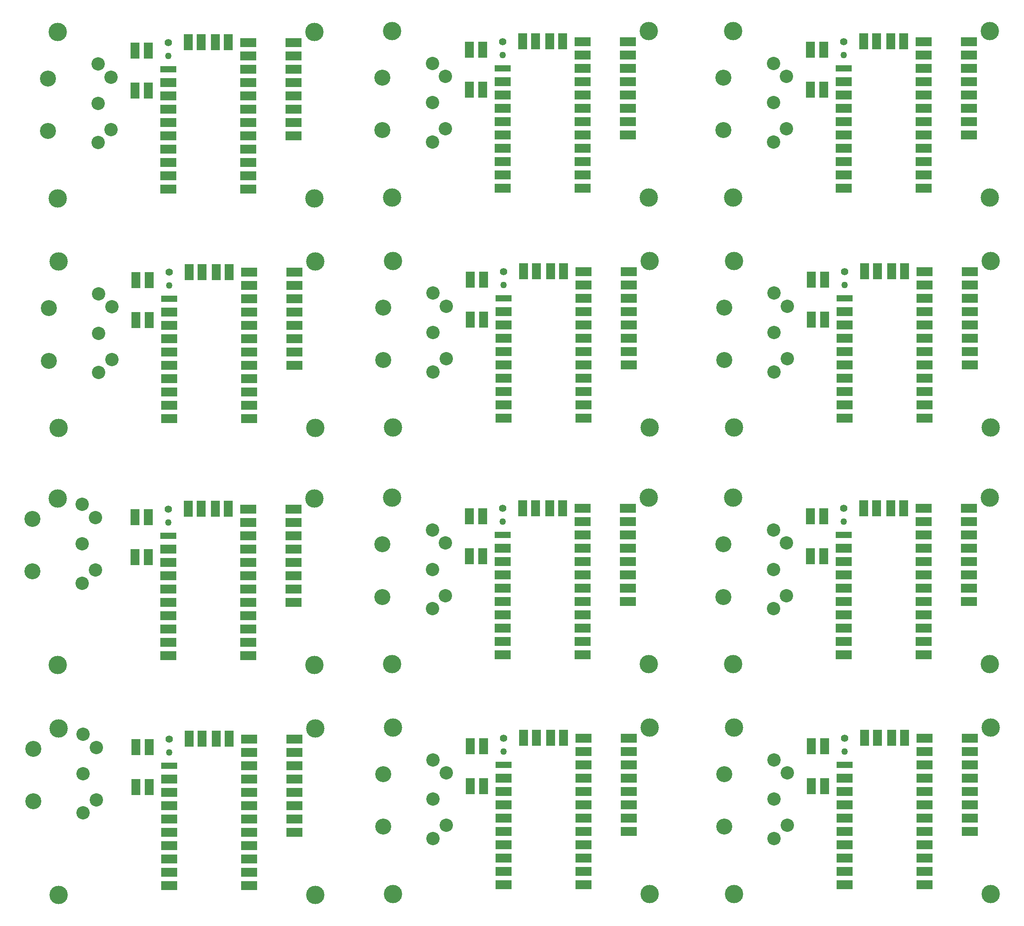
<source format=gts>
G04 (created by PCBNEW (2013-07-07 BZR 4022)-stable) date 21/07/2014 09:22:51*
%MOIN*%
G04 Gerber Fmt 3.4, Leading zero omitted, Abs format*
%FSLAX34Y34*%
G01*
G70*
G90*
G04 APERTURE LIST*
%ADD10C,0.00590551*%
%ADD11R,0.12X0.067*%
%ADD12C,0.137795*%
%ADD13C,0.1*%
%ADD14C,0.12*%
%ADD15R,0.067X0.12*%
%ADD16C,0.055*%
%ADD17C,0.05*%
%ADD18R,0.12X0.05*%
G04 APERTURE END LIST*
G54D10*
G54D11*
X53330Y-52208D03*
X53330Y-51208D03*
X53330Y-53208D03*
X53330Y-54208D03*
X53330Y-55208D03*
X53330Y-50208D03*
X53330Y-49208D03*
X53330Y-48208D03*
G54D12*
X35630Y-59908D03*
X54880Y-59908D03*
X54880Y-47408D03*
X35630Y-47408D03*
G54D13*
X38643Y-49824D03*
X38643Y-52777D03*
X38643Y-55729D03*
X39627Y-50808D03*
X39627Y-54745D03*
G54D14*
X34903Y-50907D03*
X34903Y-54844D03*
G54D11*
X49930Y-59208D03*
X49930Y-58208D03*
X49930Y-57208D03*
X49930Y-56208D03*
X49930Y-55208D03*
X49930Y-54208D03*
X49930Y-53208D03*
X49930Y-52208D03*
X49930Y-51208D03*
X49930Y-50208D03*
X49930Y-49208D03*
X49930Y-48208D03*
G54D15*
X48438Y-48181D03*
X47454Y-48181D03*
X46407Y-48181D03*
X45422Y-48181D03*
G54D16*
X43930Y-48208D03*
G54D17*
X43930Y-49208D03*
G54D18*
X43930Y-50208D03*
G54D11*
X43930Y-51208D03*
X43930Y-52208D03*
X43930Y-53208D03*
X43930Y-54208D03*
X43930Y-55208D03*
X43930Y-56208D03*
X43930Y-57208D03*
X43930Y-58208D03*
X43930Y-59208D03*
G54D15*
X42430Y-51808D03*
X42430Y-48808D03*
X41430Y-51808D03*
X41430Y-48808D03*
X16330Y-51858D03*
X16330Y-48858D03*
X17330Y-51858D03*
X17330Y-48858D03*
G54D11*
X24830Y-59258D03*
X24830Y-58258D03*
X24830Y-57258D03*
X24830Y-56258D03*
X24830Y-55258D03*
X24830Y-54258D03*
X24830Y-53258D03*
X24830Y-52258D03*
X24830Y-51258D03*
X24830Y-50258D03*
X24830Y-49258D03*
X24830Y-48258D03*
G54D15*
X23338Y-48231D03*
X22354Y-48231D03*
X21307Y-48231D03*
X20322Y-48231D03*
G54D16*
X18830Y-48258D03*
G54D17*
X18830Y-49258D03*
G54D18*
X18830Y-50258D03*
G54D11*
X18830Y-51258D03*
X18830Y-52258D03*
X18830Y-53258D03*
X18830Y-54258D03*
X18830Y-55258D03*
X18830Y-56258D03*
X18830Y-57258D03*
X18830Y-58258D03*
X18830Y-59258D03*
G54D13*
X12362Y-47905D03*
X12362Y-50858D03*
X12362Y-53811D03*
X13346Y-48890D03*
X13346Y-52827D03*
G54D14*
X8622Y-48988D03*
X8622Y-52925D03*
G54D12*
X10530Y-47458D03*
X29780Y-47458D03*
X29780Y-59958D03*
X10530Y-59958D03*
G54D11*
X28230Y-52258D03*
X28230Y-51258D03*
X28230Y-53258D03*
X28230Y-54258D03*
X28230Y-55258D03*
X28230Y-50258D03*
X28230Y-49258D03*
X28230Y-48258D03*
G54D15*
X67030Y-51808D03*
X67030Y-48808D03*
X68030Y-51808D03*
X68030Y-48808D03*
G54D11*
X75530Y-59208D03*
X75530Y-58208D03*
X75530Y-57208D03*
X75530Y-56208D03*
X75530Y-55208D03*
X75530Y-54208D03*
X75530Y-53208D03*
X75530Y-52208D03*
X75530Y-51208D03*
X75530Y-50208D03*
X75530Y-49208D03*
X75530Y-48208D03*
G54D15*
X74038Y-48181D03*
X73054Y-48181D03*
X72007Y-48181D03*
X71022Y-48181D03*
G54D16*
X69530Y-48208D03*
G54D17*
X69530Y-49208D03*
G54D18*
X69530Y-50208D03*
G54D11*
X69530Y-51208D03*
X69530Y-52208D03*
X69530Y-53208D03*
X69530Y-54208D03*
X69530Y-55208D03*
X69530Y-56208D03*
X69530Y-57208D03*
X69530Y-58208D03*
X69530Y-59208D03*
G54D13*
X64243Y-49824D03*
X64243Y-52777D03*
X64243Y-55729D03*
X65227Y-50808D03*
X65227Y-54745D03*
G54D14*
X60503Y-50907D03*
X60503Y-54844D03*
G54D12*
X61230Y-47408D03*
X80480Y-47408D03*
X80480Y-59908D03*
X61230Y-59908D03*
G54D11*
X78930Y-52208D03*
X78930Y-51208D03*
X78930Y-53208D03*
X78930Y-54208D03*
X78930Y-55208D03*
X78930Y-50208D03*
X78930Y-49208D03*
X78930Y-48208D03*
X78993Y-69464D03*
X78993Y-68464D03*
X78993Y-70464D03*
X78993Y-71464D03*
X78993Y-72464D03*
X78993Y-67464D03*
X78993Y-66464D03*
X78993Y-65464D03*
G54D12*
X61293Y-77164D03*
X80543Y-77164D03*
X80543Y-64664D03*
X61293Y-64664D03*
G54D13*
X64305Y-67080D03*
X64305Y-70033D03*
X64305Y-72986D03*
X65290Y-68064D03*
X65290Y-72001D03*
G54D14*
X60565Y-68163D03*
X60565Y-72100D03*
G54D11*
X75593Y-76464D03*
X75593Y-75464D03*
X75593Y-74464D03*
X75593Y-73464D03*
X75593Y-72464D03*
X75593Y-71464D03*
X75593Y-70464D03*
X75593Y-69464D03*
X75593Y-68464D03*
X75593Y-67464D03*
X75593Y-66464D03*
X75593Y-65464D03*
G54D15*
X74101Y-65437D03*
X73116Y-65437D03*
X72069Y-65437D03*
X71085Y-65437D03*
G54D16*
X69593Y-65464D03*
G54D17*
X69593Y-66464D03*
G54D18*
X69593Y-67464D03*
G54D11*
X69593Y-68464D03*
X69593Y-69464D03*
X69593Y-70464D03*
X69593Y-71464D03*
X69593Y-72464D03*
X69593Y-73464D03*
X69593Y-74464D03*
X69593Y-75464D03*
X69593Y-76464D03*
G54D15*
X68093Y-69064D03*
X68093Y-66064D03*
X67093Y-69064D03*
X67093Y-66064D03*
G54D11*
X28293Y-69514D03*
X28293Y-68514D03*
X28293Y-70514D03*
X28293Y-71514D03*
X28293Y-72514D03*
X28293Y-67514D03*
X28293Y-66514D03*
X28293Y-65514D03*
G54D12*
X10593Y-77214D03*
X29843Y-77214D03*
X29843Y-64714D03*
X10593Y-64714D03*
G54D13*
X12424Y-65162D03*
X12424Y-68114D03*
X12424Y-71067D03*
X13409Y-66146D03*
X13409Y-70083D03*
G54D14*
X8684Y-66244D03*
X8684Y-70181D03*
G54D11*
X24893Y-76514D03*
X24893Y-75514D03*
X24893Y-74514D03*
X24893Y-73514D03*
X24893Y-72514D03*
X24893Y-71514D03*
X24893Y-70514D03*
X24893Y-69514D03*
X24893Y-68514D03*
X24893Y-67514D03*
X24893Y-66514D03*
X24893Y-65514D03*
G54D15*
X23401Y-65487D03*
X22416Y-65487D03*
X21369Y-65487D03*
X20385Y-65487D03*
G54D16*
X18893Y-65514D03*
G54D17*
X18893Y-66514D03*
G54D18*
X18893Y-67514D03*
G54D11*
X18893Y-68514D03*
X18893Y-69514D03*
X18893Y-70514D03*
X18893Y-71514D03*
X18893Y-72514D03*
X18893Y-73514D03*
X18893Y-74514D03*
X18893Y-75514D03*
X18893Y-76514D03*
G54D15*
X17393Y-69114D03*
X17393Y-66114D03*
X16393Y-69114D03*
X16393Y-66114D03*
X41493Y-69064D03*
X41493Y-66064D03*
X42493Y-69064D03*
X42493Y-66064D03*
G54D11*
X49993Y-76464D03*
X49993Y-75464D03*
X49993Y-74464D03*
X49993Y-73464D03*
X49993Y-72464D03*
X49993Y-71464D03*
X49993Y-70464D03*
X49993Y-69464D03*
X49993Y-68464D03*
X49993Y-67464D03*
X49993Y-66464D03*
X49993Y-65464D03*
G54D15*
X48501Y-65437D03*
X47516Y-65437D03*
X46469Y-65437D03*
X45485Y-65437D03*
G54D16*
X43993Y-65464D03*
G54D17*
X43993Y-66464D03*
G54D18*
X43993Y-67464D03*
G54D11*
X43993Y-68464D03*
X43993Y-69464D03*
X43993Y-70464D03*
X43993Y-71464D03*
X43993Y-72464D03*
X43993Y-73464D03*
X43993Y-74464D03*
X43993Y-75464D03*
X43993Y-76464D03*
G54D13*
X38705Y-67080D03*
X38705Y-70033D03*
X38705Y-72986D03*
X39690Y-68064D03*
X39690Y-72001D03*
G54D14*
X34965Y-68163D03*
X34965Y-72100D03*
G54D12*
X35693Y-64664D03*
X54943Y-64664D03*
X54943Y-77164D03*
X35693Y-77164D03*
G54D11*
X53393Y-69464D03*
X53393Y-68464D03*
X53393Y-70464D03*
X53393Y-71464D03*
X53393Y-72464D03*
X53393Y-67464D03*
X53393Y-66464D03*
X53393Y-65464D03*
X53393Y-34425D03*
X53393Y-33425D03*
X53393Y-35425D03*
X53393Y-36425D03*
X53393Y-37425D03*
X53393Y-32425D03*
X53393Y-31425D03*
X53393Y-30425D03*
G54D12*
X35693Y-42125D03*
X54943Y-42125D03*
X54943Y-29625D03*
X35693Y-29625D03*
G54D13*
X38705Y-32041D03*
X38705Y-34994D03*
X38705Y-37946D03*
X39690Y-33025D03*
X39690Y-36962D03*
G54D14*
X34965Y-33124D03*
X34965Y-37061D03*
G54D11*
X49993Y-41425D03*
X49993Y-40425D03*
X49993Y-39425D03*
X49993Y-38425D03*
X49993Y-37425D03*
X49993Y-36425D03*
X49993Y-35425D03*
X49993Y-34425D03*
X49993Y-33425D03*
X49993Y-32425D03*
X49993Y-31425D03*
X49993Y-30425D03*
G54D15*
X48501Y-30398D03*
X47516Y-30398D03*
X46469Y-30398D03*
X45485Y-30398D03*
G54D16*
X43993Y-30425D03*
G54D17*
X43993Y-31425D03*
G54D18*
X43993Y-32425D03*
G54D11*
X43993Y-33425D03*
X43993Y-34425D03*
X43993Y-35425D03*
X43993Y-36425D03*
X43993Y-37425D03*
X43993Y-38425D03*
X43993Y-39425D03*
X43993Y-40425D03*
X43993Y-41425D03*
G54D15*
X42493Y-34025D03*
X42493Y-31025D03*
X41493Y-34025D03*
X41493Y-31025D03*
X16393Y-34075D03*
X16393Y-31075D03*
X17393Y-34075D03*
X17393Y-31075D03*
G54D11*
X24893Y-41475D03*
X24893Y-40475D03*
X24893Y-39475D03*
X24893Y-38475D03*
X24893Y-37475D03*
X24893Y-36475D03*
X24893Y-35475D03*
X24893Y-34475D03*
X24893Y-33475D03*
X24893Y-32475D03*
X24893Y-31475D03*
X24893Y-30475D03*
G54D15*
X23401Y-30448D03*
X22416Y-30448D03*
X21369Y-30448D03*
X20385Y-30448D03*
G54D16*
X18893Y-30475D03*
G54D17*
X18893Y-31475D03*
G54D18*
X18893Y-32475D03*
G54D11*
X18893Y-33475D03*
X18893Y-34475D03*
X18893Y-35475D03*
X18893Y-36475D03*
X18893Y-37475D03*
X18893Y-38475D03*
X18893Y-39475D03*
X18893Y-40475D03*
X18893Y-41475D03*
G54D13*
X13605Y-32091D03*
X13605Y-35044D03*
X13605Y-37996D03*
X14590Y-33075D03*
X14590Y-37012D03*
G54D14*
X9865Y-33174D03*
X9865Y-37111D03*
G54D12*
X10593Y-29675D03*
X29843Y-29675D03*
X29843Y-42175D03*
X10593Y-42175D03*
G54D11*
X28293Y-34475D03*
X28293Y-33475D03*
X28293Y-35475D03*
X28293Y-36475D03*
X28293Y-37475D03*
X28293Y-32475D03*
X28293Y-31475D03*
X28293Y-30475D03*
G54D15*
X67093Y-34025D03*
X67093Y-31025D03*
X68093Y-34025D03*
X68093Y-31025D03*
G54D11*
X75593Y-41425D03*
X75593Y-40425D03*
X75593Y-39425D03*
X75593Y-38425D03*
X75593Y-37425D03*
X75593Y-36425D03*
X75593Y-35425D03*
X75593Y-34425D03*
X75593Y-33425D03*
X75593Y-32425D03*
X75593Y-31425D03*
X75593Y-30425D03*
G54D15*
X74101Y-30398D03*
X73116Y-30398D03*
X72069Y-30398D03*
X71085Y-30398D03*
G54D16*
X69593Y-30425D03*
G54D17*
X69593Y-31425D03*
G54D18*
X69593Y-32425D03*
G54D11*
X69593Y-33425D03*
X69593Y-34425D03*
X69593Y-35425D03*
X69593Y-36425D03*
X69593Y-37425D03*
X69593Y-38425D03*
X69593Y-39425D03*
X69593Y-40425D03*
X69593Y-41425D03*
G54D13*
X64305Y-32041D03*
X64305Y-34994D03*
X64305Y-37946D03*
X65290Y-33025D03*
X65290Y-36962D03*
G54D14*
X60565Y-33124D03*
X60565Y-37061D03*
G54D12*
X61293Y-29625D03*
X80543Y-29625D03*
X80543Y-42125D03*
X61293Y-42125D03*
G54D11*
X78993Y-34425D03*
X78993Y-33425D03*
X78993Y-35425D03*
X78993Y-36425D03*
X78993Y-37425D03*
X78993Y-32425D03*
X78993Y-31425D03*
X78993Y-30425D03*
X78930Y-17169D03*
X78930Y-16169D03*
X78930Y-18169D03*
X78930Y-19169D03*
X78930Y-20169D03*
X78930Y-15169D03*
X78930Y-14169D03*
X78930Y-13169D03*
G54D12*
X61230Y-24869D03*
X80480Y-24869D03*
X80480Y-12369D03*
X61230Y-12369D03*
G54D13*
X64243Y-14785D03*
X64243Y-17737D03*
X64243Y-20690D03*
X65227Y-15769D03*
X65227Y-19706D03*
G54D14*
X60503Y-15867D03*
X60503Y-19804D03*
G54D11*
X75530Y-24169D03*
X75530Y-23169D03*
X75530Y-22169D03*
X75530Y-21169D03*
X75530Y-20169D03*
X75530Y-19169D03*
X75530Y-18169D03*
X75530Y-17169D03*
X75530Y-16169D03*
X75530Y-15169D03*
X75530Y-14169D03*
X75530Y-13169D03*
G54D15*
X74038Y-13141D03*
X73054Y-13141D03*
X72007Y-13141D03*
X71022Y-13141D03*
G54D16*
X69530Y-13169D03*
G54D17*
X69530Y-14169D03*
G54D18*
X69530Y-15169D03*
G54D11*
X69530Y-16169D03*
X69530Y-17169D03*
X69530Y-18169D03*
X69530Y-19169D03*
X69530Y-20169D03*
X69530Y-21169D03*
X69530Y-22169D03*
X69530Y-23169D03*
X69530Y-24169D03*
G54D15*
X68030Y-16769D03*
X68030Y-13769D03*
X67030Y-16769D03*
X67030Y-13769D03*
G54D11*
X28230Y-17219D03*
X28230Y-16219D03*
X28230Y-18219D03*
X28230Y-19219D03*
X28230Y-20219D03*
X28230Y-15219D03*
X28230Y-14219D03*
X28230Y-13219D03*
G54D12*
X10530Y-24919D03*
X29780Y-24919D03*
X29780Y-12419D03*
X10530Y-12419D03*
G54D13*
X13543Y-14835D03*
X13543Y-17787D03*
X13543Y-20740D03*
X14527Y-15819D03*
X14527Y-19756D03*
G54D14*
X9803Y-15917D03*
X9803Y-19854D03*
G54D11*
X24830Y-24219D03*
X24830Y-23219D03*
X24830Y-22219D03*
X24830Y-21219D03*
X24830Y-20219D03*
X24830Y-19219D03*
X24830Y-18219D03*
X24830Y-17219D03*
X24830Y-16219D03*
X24830Y-15219D03*
X24830Y-14219D03*
X24830Y-13219D03*
G54D15*
X23338Y-13191D03*
X22354Y-13191D03*
X21307Y-13191D03*
X20322Y-13191D03*
G54D16*
X18830Y-13219D03*
G54D17*
X18830Y-14219D03*
G54D18*
X18830Y-15219D03*
G54D11*
X18830Y-16219D03*
X18830Y-17219D03*
X18830Y-18219D03*
X18830Y-19219D03*
X18830Y-20219D03*
X18830Y-21219D03*
X18830Y-22219D03*
X18830Y-23219D03*
X18830Y-24219D03*
G54D15*
X17330Y-16819D03*
X17330Y-13819D03*
X16330Y-16819D03*
X16330Y-13819D03*
X41430Y-16769D03*
X41430Y-13769D03*
X42430Y-16769D03*
X42430Y-13769D03*
G54D11*
X49930Y-24169D03*
X49930Y-23169D03*
X49930Y-22169D03*
X49930Y-21169D03*
X49930Y-20169D03*
X49930Y-19169D03*
X49930Y-18169D03*
X49930Y-17169D03*
X49930Y-16169D03*
X49930Y-15169D03*
X49930Y-14169D03*
X49930Y-13169D03*
G54D15*
X48438Y-13141D03*
X47454Y-13141D03*
X46407Y-13141D03*
X45422Y-13141D03*
G54D16*
X43930Y-13169D03*
G54D17*
X43930Y-14169D03*
G54D18*
X43930Y-15169D03*
G54D11*
X43930Y-16169D03*
X43930Y-17169D03*
X43930Y-18169D03*
X43930Y-19169D03*
X43930Y-20169D03*
X43930Y-21169D03*
X43930Y-22169D03*
X43930Y-23169D03*
X43930Y-24169D03*
G54D13*
X38643Y-14785D03*
X38643Y-17737D03*
X38643Y-20690D03*
X39627Y-15769D03*
X39627Y-19706D03*
G54D14*
X34903Y-15867D03*
X34903Y-19804D03*
G54D12*
X35630Y-12369D03*
X54880Y-12369D03*
X54880Y-24869D03*
X35630Y-24869D03*
G54D11*
X53330Y-17169D03*
X53330Y-16169D03*
X53330Y-18169D03*
X53330Y-19169D03*
X53330Y-20169D03*
X53330Y-15169D03*
X53330Y-14169D03*
X53330Y-13169D03*
M02*

</source>
